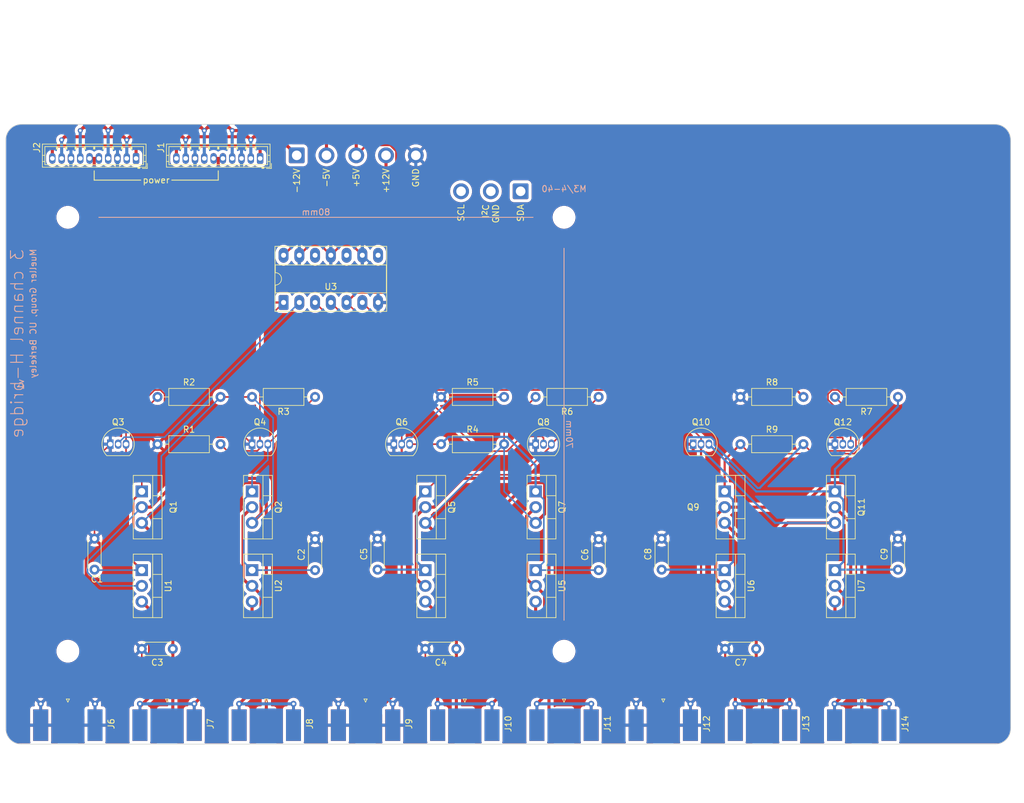
<source format=kicad_pcb>
(kicad_pcb (version 20241229) (generator "pcbnew") (generator_version "9.0")
  (title_block (title "3 channel H-bridge circuit"))
  (layers (0 "F.Cu" signal) (4 "In1.Cu" signal) (6 "In2.Cu" signal) (2 "B.Cu" signal) (13 "F.Paste" user) (15 "B.Paste" user) (5 "F.SilkS" user "F.Silkscreen") (7 "B.SilkS" user "B.Silkscreen") (1 "F.Mask" user) (3 "B.Mask" user) (25 "Edge.Cuts" user))
  (net 0 "")
  (net 1 "GND")
  (net 2 "+5V")
  (net 3 "-5V")
  (net 4 "+12V")
  (net 5 "-12V")
  (net 6 "/I2C_SDA")
  (net 7 "/I2C_SCL")
  (net 8 "GNDS")
  (net 9 "/logic11")
  (net 10 "/logic10")
  (net 11 "VCC1")
  (net 12 "VCC2")
  (net 13 "/logic21")
  (net 14 "/logic20")
  (net 15 "VCC3")
  (net 16 "/logic31")
  (net 17 "/logic30")
  (net 18 "/1A")
  (net 19 "VDD1")
  (net 20 "Net-(J8-Ext)")
  (net 21 "Net-(J8-In)")
  (net 22 "/2A")
  (net 23 "VDD2")
  (net 24 "Net-(J11-Ext)")
  (net 25 "Net-(J11-In)")
  (net 26 "/3A")
  (net 27 "VDD3")
  (net 28 "Net-(J14-Ext)")
  (net 29 "Net-(J14-In)")
  (net 30 "/1Y")
  (net 31 "/2Y")
  (net 32 "/3Y")
  (footprint "Resistor_THT:R_Axial_DIN0207_L6.3mm_D2.5mm_P10.16mm_Horizontal" (layer "F.Cu") (at 149.86 93.98 180)
    (property "Reference" "R3")
    (property "Value" "100k")
  )
  (footprint "Capacitor_THT:C_Disc_D4.3mm_W1.9mm_P5.00mm" (layer "F.Cu") (at 172.64 134.62 180)
    (property "Reference" "C4")
    (property "Value" "1u")
  )
  (footprint "Connector_Wire:SolderWire-0.75sqmm_1x05_P4.8mm_D1.25mm_OD2.3mm" (layer "F.Cu") (at 146.9 55)
    (property "Reference" "J4" (hide yes))
    (property "Value" "Conn_01x05")
  )
  (footprint "Package_TO_SOT_THT:TO-92_Inline" (layer "F.Cu") (at 116.84 101.6)
    (property "Reference" "Q3")
    (property "Value" "2N7000")
  )
  (footprint "Connector_JST:JST_ZH_B10B-ZR_1x10_P1.50mm_Vertical" (layer "F.Cu") (at 141 55.5 180)
    (property "Reference" "J1")
    (property "Value" "Conn_01x10_Pin")
  )
  (footprint "Package_TO_SOT_THT:TO-92_Inline" (layer "F.Cu") (at 139.7 101.6)
    (property "Reference" "Q4")
    (property "Value" "2N7000")
  )
  (footprint "Resistor_THT:R_Axial_DIN0207_L6.3mm_D2.5mm_P10.16mm_Horizontal" (layer "F.Cu") (at 218.44 93.98)
    (property "Reference" "R8")
    (property "Value" "100k")
  )
  (footprint "Connector_Coaxial:SMA_Molex_73251-1153_EdgeMount_Horizontal" (layer "F.Cu") (at 206 145.21 90)
    (property "Reference" "J12")
    (property "Value" "Conn_Coaxial")
  )
  (footprint "Capacitor_THT:C_Disc_D4.3mm_W1.9mm_P5.00mm" (layer "F.Cu") (at 114.3 121.84 90)
    (property "Reference" "C1")
    (property "Value" "1u")
  )
  (footprint "Connector_Coaxial:SMA_Molex_73251-1153_EdgeMount_Horizontal" (layer "F.Cu") (at 238 145.21 90)
    (property "Reference" "J14")
    (property "Value" "Conn_Coaxial")
  )
  (footprint "Package_TO_SOT_THT:TO-220-3_Vertical" (layer "F.Cu") (at 167.64 109.22 -90)
    (property "Reference" "Q5")
    (property "Value" "IRF9610")
  )
  (footprint "Package_TO_SOT_THT:TO-220-3_Vertical" (layer "F.Cu") (at 233.68 121.92 -90)
    (property "Reference" "U7")
    (property "Value" "IRF510")
  )
  (footprint "MountingHole:MountingHole_3.2mm_M3" (layer "F.Cu") (at 190 135)
    (property "Reference" "H4" (hide yes))
    (property "Value" "MountingHole" (hide yes))
  )
  (footprint "Package_TO_SOT_THT:TO-220-3_Vertical" (layer "F.Cu") (at 185.42 109.22 -90)
    (property "Reference" "Q7")
    (property "Value" "IRF9610")
  )
  (footprint "Resistor_THT:R_Axial_DIN0207_L6.3mm_D2.5mm_P10.16mm_Horizontal" (layer "F.Cu") (at 124.46 101.6)
    (property "Reference" "R1")
    (property "Value" "100k")
  )
  (footprint "MountingHole:MountingHole_3.2mm_M3" (layer "F.Cu") (at 110 65)
    (property "Reference" "H5" (hide yes))
    (property "Value" "MountingHole")
  )
  (footprint "Package_TO_SOT_THT:TO-220-3_Vertical" (layer "F.Cu") (at 139.7 121.92 -90)
    (property "Reference" "U2")
    (property "Value" "IRF510")
  )
  (footprint "Package_TO_SOT_THT:TO-92_Inline" (layer "F.Cu") (at 162.56 101.6)
    (property "Reference" "Q6")
    (property "Value" "2N7000")
  )
  (footprint "Capacitor_THT:C_Disc_D4.3mm_W1.9mm_P5.00mm" (layer "F.Cu") (at 220.98 134.62 180)
    (property "Reference" "C7")
    (property "Value" "1u")
  )
  (footprint "Connector_Coaxial:SMA_Molex_73251-1153_EdgeMount_Horizontal" (layer "F.Cu") (at 158 145.21 90)
    (property "Reference" "J9")
    (property "Value" "Conn_Coaxial")
  )
  (footprint "Resistor_THT:R_Axial_DIN0207_L6.3mm_D2.5mm_P10.16mm_Horizontal" (layer "F.Cu") (at 195.58 93.98 180)
    (property "Reference" "R6")
    (property "Value" "100k")
  )
  (footprint "MountingHole:MountingHole_3.2mm_M3" (layer "F.Cu") (at 190 65)
    (property "Reference" "H6" (hide yes))
    (property "Value" "MountingHole")
  )
  (footprint "Package_TO_SOT_THT:TO-220-3_Vertical" (layer "F.Cu") (at 185.42 121.92 -90)
    (property "Reference" "U5")
    (property "Value" "IRF510")
  )
  (footprint "Capacitor_THT:C_Disc_D4.3mm_W1.9mm_P5.00mm" (layer "F.Cu") (at 159.94 121.84 90)
    (property "Reference" "C5")
    (property "Value" "1u")
  )
  (footprint "Package_TO_SOT_THT:TO-220-3_Vertical" (layer "F.Cu") (at 139.7 109.22 -90)
    (property "Reference" "Q2")
    (property "Value" "IRF9610")
  )
  (footprint "Package_DIP:DIP-14_W7.62mm_Socket_LongPads" (layer "F.Cu") (at 144.78 78.74 90)
    (property "Reference" "U3")
    (property "Value" "SN74ACT04N")
  )
  (footprint "MountingHole:MountingHole_3.2mm_M3" (layer "F.Cu") (at 110 135)
    (property "Reference" "H3" (hide yes))
    (property "Value" "MountingHole")
  )
  (footprint "Resistor_THT:R_Axial_DIN0207_L6.3mm_D2.5mm_P10.16mm_Horizontal" (layer "F.Cu") (at 124.46 93.98)
    (property "Reference" "R2")
    (property "Value" "100k")
  )
  (footprint "Resistor_THT:R_Axial_DIN0207_L6.3mm_D2.5mm_P10.16mm_Horizontal" (layer "F.Cu") (at 243.84 93.98 180)
    (property "Reference" "R7")
    (property "Value" "100k")
  )
  (footprint "Package_TO_SOT_THT:TO-220-3_Vertical" (layer "F.Cu") (at 167.64 121.92 -90)
    (property "Reference" "U4" (hide yes))
    (property "Value" "IRF510")
  )
  (footprint "Connector_Coaxial:SMA_Molex_73251-1153_EdgeMount_Horizontal" (layer "F.Cu") (at 222 145.21 90)
    (property "Reference" "J13")
    (property "Value" "Conn_Coaxial")
  )
  (footprint "Package_TO_SOT_THT:TO-220-3_Vertical" (layer "F.Cu") (at 215.9 121.92 -90)
    (property "Reference" "U6")
    (property "Value" "IRF510")
  )
  (footprint "Connector_Coaxial:SMA_Molex_73251-1153_EdgeMount_Horizontal" (layer "F.Cu") (at 110 145.21 90)
    (property "Reference" "J6")
    (property "Value" "Conn_Coaxial")
  )
  (footprint "Resistor_THT:R_Axial_DIN0207_L6.3mm_D2.5mm_P10.16mm_Horizontal" (layer "F.Cu") (at 218.44 101.6)
    (property "Reference" "R9")
    (property "Value" "100k")
  )
  (footprint "Capacitor_THT:C_Disc_D4.3mm_W1.9mm_P5.00mm" (layer "F.Cu") (at 195.58 121.92 90)
    (property "Reference" "C6")
    (property "Value" "1u")
  )
  (footprint "Connector_Coaxial:SMA_Molex_73251-1153_EdgeMount_Horizontal" (layer "F.Cu") (at 190 145.21 90)
    (property "Reference" "J11")
    (property "Value" "Conn_Coaxial")
  )
  (footprint "Resistor_THT:R_Axial_DIN0207_L6.3mm_D2.5mm_P10.16mm_Horizontal" (layer "F.Cu") (at 170.18 101.6)
    (property "Reference" "R4")
    (property "Value" "100k")
  )
  (footprint "Capacitor_THT:C_Disc_D4.3mm_W1.9mm_P5.00mm" (layer "F.Cu") (at 149.86 121.92 90)
    (property "Reference" "C2")
    (property "Value" "1u")
  )
  (footprint "Capacitor_THT:C_Disc_D4.3mm_W1.9mm_P5.00mm" (layer "F.Cu") (at 126.92 134.62 180)
    (property "Reference" "C3")
    (property "Value" "1u")
  )
  (footprint "Connector_Coaxial:SMA_Molex_73251-1153_EdgeMount_Horizontal" (layer "F.Cu") (at 174 145.21 90)
    (property "Reference" "J10")
    (property "Value" "Conn_Coaxial")
  )
  (footprint "Connector_Coaxial:SMA_Molex_73251-1153_EdgeMount_Horizontal" (layer "F.Cu") (at 142 145.21 90)
    (property "Reference" "J8")
    (property "Value" "Conn_Coaxial")
  )
  (footprint "Connector_JST:JST_ZH_B10B-ZR_1x10_P1.50mm_Vertical" (layer "F.Cu") (at 121 55.5 180)
    (property "Reference" "J2")
    (property "Value" "Conn_01x10_Pin")
  )
  (footprint "Connector_Wire:SolderWire-0.75sqmm_1x03_P4.8mm_D1.25mm_OD2.3mm" (layer "F.Cu") (at 183 60.8 180)
    (property "Reference" "J5" (hide yes))
    (property "Value" "Conn_01x03")
  )
  (footprint "Package_TO_SOT_THT:TO-220-3_Vertical" (layer "F.Cu") (at 215.9 109.22 -90)
    (property "Reference" "Q9")
    (property "Value" "IRF9610")
  )
  (footprint "Connector_Coaxial:SMA_Molex_73251-1153_EdgeMount_Horizontal" (layer "F.Cu") (at 126 145.21 90)
    (property "Reference" "J7")
    (property "Value" "Conn_Coaxial")
  )
  (footprint "Package_TO_SOT_THT:TO-220-3_Vertical" (layer "F.Cu") (at 121.92 109.22 -90)
    (property "Reference" "Q1")
    (property "Value" "IRF9610")
  )
  (footprint "Capacitor_THT:C_Disc_D4.3mm_W1.9mm_P5.00mm" (layer "F.Cu") (at 205.74 121.84 90)
    (property "Reference" "C8")
    (property "Value" "1u")
  )
  (footprint "Package_TO_SOT_THT:TO-220-3_Vertical" (layer "F.Cu") (at 233.68 109.22 -90)
    (property "Reference" "Q11")
    (property "Value" "IRF9610")
  )
  (footprint "Package_TO_SOT_THT:TO-92_Inline" (layer "F.Cu") (at 210.82 101.6)
    (property "Reference" "Q10")
    (property "Value" "2N7000")
  )
  (footprint "Package_TO_SOT_THT:TO-92_Inline" (layer "F.Cu") (at 185.42 101.6)
    (property "Reference" "Q8")
    (property "Value" "2N7000")
  )
  (footprint "Package_TO_SOT_THT:TO-220-3_Vertical" (layer "F.Cu") (at 121.92 121.92 -90)
    (property "Reference" "U1")
    (property "Value" "IRF510")
  )
  (footprint "Resistor_THT:R_Axial_DIN0207_L6.3mm_D2.5mm_P10.16mm_Horizontal" (layer "F.Cu") (at 170.18 93.98)
    (property "Reference" "R5")
    (property "Value" "100k")
  )
  (footprint "Capacitor_THT:C_Disc_D4.3mm_W1.9mm_P5.00mm" (layer "F.Cu") (at 243.84 121.84 90)
    (property "Reference" "C9")
    (property "Value" "1u")
  )
  (footprint "Package_TO_SOT_THT:TO-92_Inline" (layer "F.Cu") (at 233.68 101.6)
    (property "Reference" "Q12")
    (property "Value" "2N7000")
  )
  (gr_line (start 134.25 59) (end 134.25 57.5) (stroke (width 0.15)) (layer "F.SilkS"))
  (gr_line (start 126.75 59) (end 134.25 59) (stroke (width 0.15)) (layer "F.SilkS"))
  (gr_line (start 114.25 59) (end 114.25 57.5) (stroke (width 0.15)) (layer "F.SilkS"))
  (gr_line (start 121.75 59) (end 114.25 59) (stroke (width 0.15)) (layer "F.SilkS"))
  (gr_line (start 190 70) (end 190 130) (stroke (width 0.15)) (layer "B.SilkS"))
  (gr_line (start 115 65) (end 185 65) (stroke (width 0.15)) (layer "B.SilkS"))
  (gr_line (start 102.5 150) (end 259.5 150) (stroke (width 0.1)) (layer "Edge.Cuts"))
  (gr_arc (start 100 52.5) (mid 100.732233 50.732233) (end 102.5 50) (stroke (width 0.1)) (layer "Edge.Cuts"))
  (gr_arc (start 259.5 50) (mid 261.267767 50.732233) (end 262 52.5) (stroke (width 0.1)) (layer "Edge.Cuts"))
  (gr_arc (start 102.5 150) (mid 100.732233 149.267767) (end 100 147.5) (stroke (width 0.1)) (layer "Edge.Cuts"))
  (gr_line (start 259.5 50) (end 102.5 50) (stroke (width 0.1)) (layer "Edge.Cuts"))
  (gr_line (start 262 52.5) (end 262 147.5) (stroke (width 0.1)) (layer "Edge.Cuts"))
  (gr_line (start 100 52.5) (end 100 147.5) (stroke (width 0.1)) (layer "Edge.Cuts"))
  (gr_arc (start 262 147.5) (mid 261.267767 149.267767) (end 259.5 150) (stroke (width 0.1)) (layer "Edge.Cuts"))
  (gr_text "power" (at 124.25 59 0) (layer "F.SilkS") (effects (font (size 1 1))))
  (gr_text "-5V" (at 151.7 57 90) (layer "F.SilkS") (effects (font (size 1 1)) (justify right)))
  (gr_text "-12V" (at 146.9 57 90) (layer "F.SilkS") (effects (font (size 1 1)) (justify right)))
  (gr_text "+5V" (at 156.5 57 90) (layer "F.SilkS") (effects (font (size 1 1)) (justify right)))
  (gr_text "+12V" (at 161.3 57 90) (layer "F.SilkS") (effects (font (size 1 1)) (justify right)))
  (gr_text "GND" (at 166.1 57 90) (layer "F.SilkS") (effects (font (size 1 1)) (justify right)))
  (gr_text "SCL" (at 173.4 62.8 90) (layer "F.SilkS") (effects (font (size 1 1)) (justify right)))
  (gr_text "I^{2}C\nGND" (at 178.2 62.8 90) (layer "F.SilkS") (effects (font (size 1 1)) (justify right)))
  (gr_text "SDA" (at 183 62.8 90) (layer "F.SilkS") (effects (font (size 1 1)) (justify right)))
  (gr_text "v1" (at 103 91 90) (layer "B.SilkS") (effects (font (size 1 1)) (justify left bottom mirror)))
  (gr_text "3 channel H-bridge" (at 103 70 90) (layer "B.SilkS") (effects (font (size 2 2)) (justify left bottom mirror)))
  (gr_text "Mueller Group, UC Berkeley" (at 105 70 90) (layer "B.SilkS") (effects (font (size 1 1)) (justify left bottom mirror)))
  (gr_text "M3/4-40" (at 190 61 0) (layer "B.SilkS") (effects (font (size 1 1)) (justify bottom mirror)))
  (gr_text "70mm" (at 190.25 100 270) (layer "B.SilkS") (effects (font (size 1 1)) (justify bottom mirror)))
  (gr_text "80mm" (at 150 64.75 0) (layer "B.SilkS") (effects (font (size 1 1)) (justify bottom mirror)))
  (segment (start 116.84 100.007595) (end 116.84 101.6) (width 0.25) (layer "F.Cu") (net 1))
  (segment (start 147.32 71.12) (end 148.896 69.544) (width 0.35) (layer "F.Cu") (net 1))
  (segment (start 218.44 93.98) (end 218.281504 93.98) (width 0.25) (layer "F.Cu") (net 1))
  (segment (start 185.42 101.825) (end 185.42 101.6) (width 0.25) (layer "F.Cu") (net 1))
  (segment (start 114.3 116.84) (end 114.3 104.14) (width 0.25) (layer "F.Cu") (net 1))
  (segment (start 148.896 69.544) (end 150.824 69.544) (width 0.35) (layer "F.Cu") (net 1))
  (segment (start 119.893 132.593) (end 121.92 134.62) (width 0.25) (layer "F.Cu") (net 1))
  (segment (start 150.824 69.544) (end 152.4 71.12) (width 0.35) (layer "F.Cu") (net 1))
  (segment (start 121.92 135.95) (end 114.38 143.49) (width 0.25) (layer "F.Cu") (net 1))
  (segment (start 114.3 116.84) (end 119.893 122.433) (width 0.25) (layer "F.Cu") (net 1))
  (segment (start 124.46 101.6) (end 125.586 100.474) (width 0.25) (layer "F.Cu") (net 1))
  (segment (start 121.92 134.62) (end 121.92 135.95) (width 0.25) (layer "F.Cu") (net 1))
  (segment (start 125.586 93.513595) (end 124.926405 92.854) (width 0.25) (layer "F.Cu") (net 1))
  (segment (start 125.586 100.474) (end 125.586 93.513595) (width 0.25) (layer "F.Cu") (net 1))
  (segment (start 155.904 69.544) (end 157.48 71.12) (width 0.35) (layer "F.Cu") (net 1))
  (segment (start 123.993595 92.854) (end 116.84 100.007595) (width 0.25) (layer "F.Cu") (net 1))
  (segment (start 167.64 138.23) (end 162.38 143.49) (width 0.25) (layer "F.Cu") (net 1))
  (segment (start 215.98 137.89) (end 210.38 143.49) (width 0.35) (layer "F.Cu") (net 1))
  (segment (start 119.893 122.433) (end 119.893 132.593) (width 0.25) (layer "F.Cu") (net 1))
  (segment (start 124.926405 92.854) (end 123.993595 92.854) (width 0.25) (layer "F.Cu") (net 1))
  (segment (start 138.574 100.474) (end 125.586 100.474) (width 0.25) (layer "F.Cu") (net 1))
  (segment (start 139.7 101.6) (end 138.574 100.474) (width 0.25) (layer "F.Cu") (net 1))
  (segment (start 152.4 71.12) (end 153.976 69.544) (width 0.35) (layer "F.Cu") (net 1))
  (segment (start 114.3 104.14) (end 116.84 101.6) (width 0.25) (layer "F.Cu") (net 1))
  (segment (start 153.976 69.544) (end 155.904 69.544) (width 0.35) (layer "F.Cu") (net 1))
  (segment (start 215.98 134.62) (end 215.98 137.89) (width 0.35) (layer "F.Cu") (net 1))
  (segment (start 167.64 134.62) (end 167.64 138.23) (width 0.25) (layer "F.Cu") (net 1))
  (segment (start 157.48 71.12) (end 157.48 66.02) (width 0.35) (layer "B.Cu") (net 1))
  (segment (start 157.48 66.02) (end 165.5 58) (width 0.35) (layer "B.Cu") (net 1))
  (segment (start 165.5 58) (end 166.1 57.4) (width 0.5) (layer "B.Cu") (net 1))
  (segment (start 160.02 73.66) (end 157.48 71.12) (width 0.35) (layer "B.Cu") (net 1))
  (segment (start 118 57.5) (end 118.5 58) (width 0.5) (layer "B.Cu") (net 1))
  (segment (start 110.5 57.5) (end 111 58) (width 0.5) (layer "B.Cu") (net 1))
  (segment (start 130.5 57.5) (end 131 58) (width 0.5) (layer "B.Cu") (net 1))
  (segment (start 117.5 58) (end 118 57.5) (width 0.5) (layer "B.Cu") (net 1))
  (segment (start 118.5 58) (end 130 58) (width 0.5) (layer "B.Cu") (net 1))
  (segment (start 110.5 55.5) (end 110.5 57.5) (width 0.5) (layer "B.Cu") (net 1))
  (segment (start 138 57.5) (end 138.5 58) (width 0.5) (layer "B.Cu") (net 1))
  (segment (start 160.02 78.74) (end 160.02 73.66) (width 0.35) (layer "B.Cu") (net 1))
  (segment (start 137.5 58) (end 138 57.5) (width 0.5) (layer "B.Cu") (net 1))
  (segment (start 130.5 55.5) (end 130.5 57.5) (width 0.5) (layer "B.Cu") (net 1))
  (segment (start 130 58) (end 130.5 57.5) (width 0.5) (layer "B.Cu") (net 1))
  (segment (start 138 55.5) (end 138 57.5) (width 0.5) (layer "B.Cu") (net 1))
  (segment (start 138.5 58) (end 165.5 58) (width 0.5) (layer "B.Cu") (net 1))
  (segment (start 131 58) (end 137.5 58) (width 0.5) (layer "B.Cu") (net 1))
  (segment (start 166.1 57.4) (end 166.1 55) (width 0.5) (layer "B.Cu") (net 1))
  (segment (start 111 58) (end 117.5 58) (width 0.5) (layer "B.Cu") (net 1))
  (segment (start 118 55.5) (end 118 57.5) (width 0.5) (layer "B.Cu") (net 1))
  (segment (start 156.5 55) (end 156.5 52) (width 0.5) (layer "F.Cu") (net 2))
  (segment (start 131.5 50.5) (end 131 50.5) (width 0.5) (layer "F.Cu") (net 2))
  (segment (start 117 50.5) (end 116.5 51) (width 0.5) (layer "F.Cu") (net 2))
  (segment (start 132.5 50.5) (end 132 51) (width 0.5) (layer "F.Cu") (net 2))
  (segment (start 156.5 52) (end 155.5 51) (width 0.5) (layer "F.Cu") (net 2))
  (segment (start 155.5 51) (end 136.5 51) (width 0.5) (layer "F.Cu") (net 2))
  (segment (start 136.5 51) (end 136 50.5) (width 0.5) (layer "F.Cu") (net 2))
  (segment (start 161.983867 53.349) (end 158.151 53.349) (width 0.35) (layer "F.Cu") (net 2))
  (segment (start 158.151 53.349) (end 156.5 55) (width 0.35) (layer "F.Cu") (net 2))
  (segment (start 162.951 57.934298) (end 162.951 54.316133) (width 0.35) (layer "F.Cu") (net 2))
  (segment (start 155.774 60.126) (end 160.759298 60.126) (width 0.35) (layer "F.Cu") (net 2))
  (segment (start 144.78 71.12) (end 155.774 60.126) (width 0.35) (layer "F.Cu") (net 2))
  (segment (start 131 50.5) (end 117 50.5) (width 0.5) (layer "F.Cu") (net 2))
  (segment (start 162.951 54.316133) (end 161.983867 53.349) (width 0.35) (layer "F.Cu") (net 2))
  (segment (start 160.759298 60.126) (end 162.951 57.934298) (width 0.35) (layer "F.Cu") (net 2))
  (segment (start 112.5 50.5) (end 112 51) (width 0.5) (layer "F.Cu") (net 2))
  (segment (start 116 50.5) (end 112.5 50.5) (width 0.5) (layer "F.Cu") (net 2))
  (segment (start 116.5 51) (end 116 50.5) (width 0.5) (layer "F.Cu") (net 2))
  (segment (start 132 51) (end 131.5 50.5) (width 0.5) (layer "F.Cu") (net 2))
  (segment (start 136 50.5) (end 132.5 50.5) (width 0.5) (layer "F.Cu") (net 2))
  (via (at 136.5 51) (size 0.8) (drill 0.4) (layers "F.Cu" "B.Cu") (net 2))
  (via (at 112 51) (size 0.8) (drill 0.4) (layers "F.Cu" "B.Cu") (net 2))
  (via (at 116.5 51) (size 0.8) (drill 0.4) (layers "F.Cu" "B.Cu") (net 2))
  (via (at 132 51) (size 0.8) (drill 0.4) (layers "F.Cu" "B.Cu") (net 2))
  (segment (start 116.5 51) (end 116.5 55.5) (width 0.5) (layer "B.Cu") (net 2))
  (segment (start 136.5 51) (end 136.5 55.5) (width 0.5) (layer "B.Cu") (net 2))
  (segment (start 112 51) (end 112 55.5) (width 0.5) (layer "B.Cu") (net 2))
  (segment (start 132 51) (end 132 55.5) (width 0.5) (layer "B.Cu") (net 2))
  (segment (start 151 52) (end 140 52) (width 0.5) (layer "F.Cu") (net 3))
  (segment (start 120 52) (end 119.5 52.5) (width 0.5) (layer "F.Cu") (net 3))
  (segment (start 151.7 52.7) (end 151.7 55) (width 0.5) (layer "F.Cu") (net 3))
  (segment (start 128.5 52) (end 120 52) (width 0.5) (layer "F.Cu") (net 3))
  (segment (start 140 52) (end 139.5 52.5) (width 0.5) (layer "F.Cu") (net 3))
  (segment (start 119.5 52.5) (end 119 52) (width 0.5) (layer "F.Cu") (net 3))
  (segment (start 129 52.5) (end 128.5 52) (width 0.5) (layer "F.Cu") (net 3))
  (segment (start 109.5 52) (end 109 52.5) (width 0.5) (layer "F.Cu") (net 3))
  (segment (start 151.7 52.7) (end 151 52) (width 0.5) (layer "F.Cu") (net 3))
  (segment (start 119 52) (end 109.5 52) (width 0.5) (layer "F.Cu") (net 3))
  (segment (start 129.5 52) (end 129 52.5) (width 0.5) (layer "F.Cu") (net 3))
  (segment (start 139.5 52.5) (end 139 52) (width 0.5) (layer "F.Cu") (net 3))
  (segment (start 139 52) (end 129.5 52) (width 0.5) (layer "F.Cu") (net 3))
  (via (at 129 52.5) (size 0.8) (drill 0.4) (layers "F.Cu" "B.Cu") (net 3))
  (via (at 109 52.5) (size 0.8) (drill 0.4) (layers "F.Cu" "B.Cu") (net 3))
  (via (at 119.5 52.5) (size 0.8) (drill 0.4) (layers "F.Cu" "B.Cu") (net 3))
  (via (at 139.5 52.5) (size 0.8) (drill 0.4) (layers "F.Cu" "B.Cu") (net 3))
  (segment (start 129 52.5) (end 129 55.5) (width 0.5) (layer "B.Cu") (net 3))
  (segment (start 139.5 52.5) (end 139.5 55.5) (width 0.5) (layer "B.Cu") (net 3))
  (segment (start 119.5 52.5) (end 119.5 55.5) (width 0.5) (layer "B.Cu") (net 3))
  (segment (start 109 52.5) (end 109 55.5) (width 0.5) (layer "B.Cu") (net 3))
  (segment (start 114.25 55.5) (end 115 55.5) (width 0.5) (layer "F.Cu") (net 4))
  (segment (start 114.25 55.5) (end 114.25 59) (width 0.5) (layer "F.Cu") (net 4))
  (segment (start 114.75 59.5) (end 133.75 59.5) (width 0.5) (layer "F.Cu") (net 4))
  (segment (start 133.75 59.5) (end 134.25 59) (width 0.5) (layer "F.Cu") (net 4))
  (segment (start 113.5 55.5) (end 114.25 55.5) (width 0.5) (layer "F.Cu") (net 4))
  (segment (start 161.3 58.7) (end 161.3 55) (width 0.5) (layer "F.Cu") (net 4))
  (segment (start 134.25 55.5) (end 134.25 59) (width 0.5) (layer "F.Cu") (net 4))
  (segment (start 160.5 59.5) (end 161.3 58.7) (width 0.5) (layer "F.Cu") (net 4))
  (segment (start 134.75 59.5) (end 160.5 59.5) (width 0.5) (layer "F.Cu") (net 4))
  (segment (start 114.25 59) (end 114.75 59.5) (width 0.5) (layer "F.Cu") (net 4))
  (segment (start 134.25 59) (end 134.75 59.5) (width 0.5) (layer "F.Cu") (net 4))
  (segment (start 133.5 55.5) (end 134.25 55.5) (width 0.5) (layer "F.Cu") (net 4))
  (segment (start 134.25 55.5) (end 135 55.5) (width 0.5) (layer "F.Cu") (net 4))
  (segment (start 127.5 54) (end 127.5 55.5) (width 0.5) (layer "F.Cu") (net 5))
  (segment (start 140.5 53.5) (end 141 54) (width 0.5) (layer "F.Cu") (net 5))
  (segment (start 141 54) (end 141 55.5) (width 0.5) (layer "F.Cu") (net 5))
  (segment (start 121 54) (end 121 55.5) (width 0.5) (layer "F.Cu") (net 5))
  (segment (start 107.5 54) (end 107.5 55.5) (width 0.5) (layer "F.Cu") (net 5))
  (segment (start 127 53.5) (end 127.5 54) (width 0.5) (layer "F.Cu") (net 5))
  (segment (start 120.5 53.5) (end 121 54) (width 0.5) (layer "F.Cu") (net 5))
  (segment (start 108 53.5) (end 120.5 53.5) (width 0.5) (layer "F.Cu") (net 5))
  (segment (start 128 53.5) (end 140.5 53.5) (width 0.5) (layer "F.Cu") (net 5))
  (segment (start 121.5 53.5) (end 127 53.5) (width 0.5) (layer "F.Cu") (net 5))
  (segment (start 121 54) (end 121.5 53.5) (width 0.5) (layer "F.Cu") (net 5))
  (segment (start 141 54) (end 141.5 53.5) (width 0.5) (layer "F.Cu") (net 5))
  (segment (start 107.5 54) (end 108 53.5) (width 0.5) (layer "F.Cu") (net 5))
  (segment (start 145.4 53.5) (end 146.9 55) (width 0.5) (layer "F.Cu") (net 5))
  (segment (start 141.5 53.5) (end 145.4 53.5) (width 0.5) (layer "F.Cu") (net 5))
  (segment (start 127.5 54) (end 128 53.5) (width 0.5) (layer "F.Cu") (net 5))
  (segment (start 119.38 99.06) (end 124.46 93.98) (width 0.25) (layer "F.Cu") (net 9))
  (segment (start 121.92 109.22) (end 120.544 110.596) (width 0.35) (layer "F.Cu") (net 9))
  (segment (start 120.544 120.544) (end 121.92 121.92) (width 0.35) (layer "F.Cu") (net 9))
  (segment (start 121.92 106.68) (end 119.38 104.14) (width 0.25) (layer "F.Cu") (net 9))
  (segment (start 119.38 101.6) (end 119.38 99.06) (width 0.25) (layer "F.Cu") (net 9))
  (segment (start 120.544 110.596) (end 120.544 120.544) (width 0.35) (layer "F.Cu") (net 9))
  (segment (start 121.92 109.22) (end 121.92 106.68) (width 0.25) (layer "F.Cu") (net 9))
  (segment (start 119.38 104.14) (end 119.38 101.6) (width 0.25) (layer "F.Cu") (net 9))
  (segment (start 121.92 121.92) (end 114.38 121.92) (width 0.25) (layer "B.Cu") (net 9))
  (segment (start 114.38 121.92) (end 114.3 121.84) (width 0.25) (layer "B.Cu") (net 9))
  (segment (start 149.86 93.98) (end 142.24 101.6) (width 0.25) (layer "F.Cu") (net 10))
  (segment (start 139.7 106.68) (end 139.7 109.22) (width 0.25) (layer "B.Cu") (net 10))
  (segment (start 142.24 104.14) (end 139.7 106.68) (width 0.25) (layer "B.Cu") (net 10))
  (segment (start 149.86 121.92) (end 139.7 121.92) (width 0.25) (layer "B.Cu") (net 10))
  (segment (start 142.24 101.6) (end 142.24 104.14) (width 0.25) (layer "B.Cu") (net 10))
  (segment (start 138.374 110.546) (end 138.374 120.594) (width 0.25) (layer "B.Cu") (net 10))
  (segment (start 139.7 109.22) (end 138.374 110.546) (width 0.25) (layer "B.Cu") (net 10))
  (segment (start 138.374 120.594) (end 139.7 121.92) (width 0.25) (layer "B.Cu") (net 10))
  (segment (start 126.92 146.01) (end 126 146.93) (width 0.5) (layer "F.Cu") (net 11))
  (segment (start 126.92 119.3) (end 121.92 114.3) (width 0.5) (layer "F.Cu") (net 11))
  (segment (start 126.92 134.62) (end 126.92 146.01) (width 0.5) (layer "F.Cu") (net 11))
  (segment (start 139.7 93.98) (end 134.62 93.98) (width 0.25) (layer "F.Cu") (net 11))
  (segment (start 138.4835 107.8165) (end 126.92 119.38) (width 0.5) (layer "F.Cu") (net 11))
  (segment (start 126.92 119.38) (end 126.92 119.3) (width 0.5) (layer "F.Cu") (net 11))
  (segment (start 126.92 134.62) (end 126.92 119.38) (width 0.5) (layer "F.Cu") (net 11))
  (segment (start 139.7 114.3) (end 141.151 112.849) (width 0.5) (layer "F.Cu") (net 11))
  (segment (start 141.151 107.8165) (end 138.4835 107.8165) (width 0.5) (layer "F.Cu") (net 11))
  (segment (start 141.151 112.849) (end 141.151 107.8165) (width 0.5) (layer "F.Cu") (net 11))
  (segment (start 125.073 111.147) (end 125.073 103.527) (width 0.25) (layer "B.Cu") (net 11))
  (segment (start 139.7 93.98) (end 143.091 97.371) (width 0.25) (layer "B.Cu") (net 11))
  (segment (start 121.92 114.3) (end 125.073 111.147) (width 0.25) (layer "B.Cu") (net 11))
  (segment (start 125.073 103.527) (end 134.62 93.98) (width 0.25) (layer "B.Cu") (net 11))
  (segment (start 143.091 97.371) (end 143.091 110.909) (width 0.25) (layer "B.Cu") (net 11))
  (segment (start 143.091 110.909) (end 139.7 114.3) (width 0.25) (layer "B.Cu") (net 11))
  (segment (start 186.871 107.8165) (end 184.1235 107.8165) (width 0.5) (layer "F.Cu") (net 12))
  (segment (start 185.42 114.3) (end 186.871 112.849) (width 0.5) (layer "F.Cu") (net 12))
  (segment (start 184.1235 107.8165) (end 172.64 119.3) (width 0.5) (layer "F.Cu") (net 12))
  (segment (start 180.34 99.06) (end 185.42 93.98) (width 0.25) (layer "F.Cu") (net 12))
  (segment (start 172.64 134.62) (end 172.64 119.3) (width 0.5) (layer "F.Cu") (net 12))
  (segment (start 180.34 101.6) (end 180.34 99.06) (width 0.25) (layer "F.Cu") (net 12))
  (segment (start 172.64 134.62) (end 172.64 145.57) (width 0.5) (layer "F.Cu") (net 12))
  (segment (start 172.64 145.57) (end 174 146.93) (width 0.5) (layer "F.Cu") (net 12))
  (segment (start 172.64 119.3) (end 167.64 114.3) (width 0.5) (layer "F.Cu") (net 12))
  (segment (start 186.871 112.849) (end 186.871 107.8165) (width 0.5) (layer "F.Cu") (net 12))
  (segment (start 180.34 101.6) (end 180.34 109.22) (width 0.25) (layer "B.Cu") (net 12))
  (segment (start 180.34 109.22) (end 185.42 114.3) (width 0.25) (layer "B.Cu") (net 12))
  (segment (start 167.64 114.3) (end 180.34 101.6) (width 0.25) (layer "B.Cu") (net 12))
  (segment (start 187.96 101.825) (end 183.2455 106.5395) (width 0.25) (layer "F.Cu") (net 13))
  (segment (start 170.3205 106.5395) (end 167.64 109.22) (width 0.25) (layer "F.Cu") (net 13))
  (segment (start 187.96 101.6) (end 187.96 101.825) (width 0.25) (layer "F.Cu") (net 13))
  (segment (start 183.2455 106.5395) (end 170.3205 106.5395) (width 0.25) (layer "F.Cu") (net 13))
  (segment (start 195.58 93.98) (end 187.96 101.6) (width 0.25) (layer "F.Cu") (net 13))
  (segment (start 166.264 110.596) (end 167.64 109.22) (width 0.35) (layer "B.Cu") (net 13))
  (segment (start 166.264 120.544) (end 166.264 110.596) (width 0.35) (layer "B.Cu") (net 13))
  (segment (start 167.64 121.92) (end 166.264 120.544) (width 0.35) (layer "B.Cu") (net 13))
  (segment (start 159.94 121.84) (end 167.56 121.84) (width 0.35) (layer "B.Cu") (net 13))
  (segment (start 167.56 121.84) (end 167.64 121.92) (width 0.35) (layer "B.Cu") (net 13))
  (segment (start 165.1 101.6) (end 170.18 101.6) (width 0.25) (layer "F.Cu") (net 14))
  (segment (start 180.827116 100.424) (end 171.356 100.424) (width 0.35) (layer "B.Cu") (net 14))
  (segment (start 186.746 120.594) (end 186.746 110.546) (width 0.25) (layer "B.Cu") (net 14))
  (segment (start 185.42 121.92) (end 186.746 120.594) (width 0.25) (layer "B.Cu") (net 14))
  (segment (start 185.42 109.22) (end 185.42 105.016884) (width 0.35) (layer "B.Cu") (net 14))
  (segment (start 186.746 110.546) (end 185.42 109.22) (width 0.25) (layer "B.Cu") (net 14))
  (segment (start 171.356 100.424) (end 170.18 101.6) (width 0.35) (layer "B.Cu") (net 14))
  (segment (start 185.42 105.016884) (end 180.827116 100.424) (width 0.35) (layer "B.Cu") (net 14))
  (segment (start 185.42 121.92) (end 195.58 121.92) (width 0.25) (layer "B.Cu") (net 14))
  (segment (start 229.676 102.676) (end 228.6 101.6) (width 0.25) (layer "F.Cu") (net 15))
  (segment (start 237.071 97.371) (end 237.071 102.177496) (width 0.25) (layer "F.Cu") (net 15))
  (segment (start 236.572496 102.676) (end 229.676 102.676) (width 0.25) (layer "F.Cu") (net 15))
  (segment (start 226.06 114.3) (end 220.98 119.38) (width 0.5) (layer "F.Cu") (net 15))
  (segment (start 233.68 93.98) (end 237.071 97.371) (width 0.25) (layer "F.Cu") (net 15))
  (segment (start 220.98 134.62) (end 220.98 137.16) (width 0.5) (layer "F.Cu") (net 15))
  (segment (start 220.98 137.16) (end 222 138.18) (width 0.5) (layer "F.Cu") (net 15))
  (segment (start 233.68 114.3) (end 226.06 114.3) (width 0.5) (layer "F.Cu") (net 15))
  (segment (start 222 138.18) (end 222 146.93) (width 0.5) (layer "F.Cu") (net 15))
  (segment (start 237.071 102.177496) (end 236.572496 102.676) (width 0.25) (layer "F.Cu") (net 15))
  (segment (start 215.9 114.3) (end 220.98 119.38) (width 0.5) (layer "F.Cu") (net 15))
  (segment (start 220.98 119.38) (end 220.98 134.62) (width 0.5) (layer "F.Cu") (net 15))
  (segment (start 214.261 101.721768) (end 221.208232 108.669) (width 0.35) (layer "B.Cu") (net 15))
  (segment (start 221.531 108.669) (end 228.6 101.6) (width 0.35) (layer "B.Cu") (net 15))
  (segment (start 221.208232 108.669) (end 221.531 108.669) (width 0.35) (layer "B.Cu") (net 15))
  (segment (start 214.261 101.001794) (end 214.261 101.721768) (width 0.35) (layer "B.Cu") (net 15))
  (segment (start 213.733206 100.474) (end 214.261 101.001794) (width 0.35) (layer "B.Cu") (net 15))
  (segment (start 209.919 100.474) (end 213.733206 100.474) (width 0.35) (layer "B.Cu") (net 15))
  (segment (start 224.037206 114.3) (end 212.463206 102.726) (width 0.35) (layer "B.Cu") (net 15))
  (segment (start 233.68 114.3) (end 224.037206 114.3) (width 0.35) (layer "B.Cu") (net 15))
  (segment (start 212.463206 102.726) (end 209.919 102.726) (width 0.35) (layer "B.Cu") (net 15))
  (segment (start 209.919 102.726) (end 209.919 100.474) (width 0.35) (layer "B.Cu") (net 15))
  (segment (start 232.554 93.513595) (end 233.213595 92.854) (width 0.25) (layer "F.Cu") (net 16))
  (segment (start 234.146405 92.854) (end 237.522 96.229595) (width 0.25) (layer "F.Cu") (net 16))
  (segment (start 233.213595 92.854) (end 234.146405 92.854) (width 0.25) (layer "F.Cu") (net 16))
  (segment (start 237.522 96.229595) (end 237.522 102.364306) (width 0.25) (layer "F.Cu") (net 16))
  (segment (start 236.22 98.112405) (end 232.554 94.446405) (width 0.25) (layer "F.Cu") (net 16))
  (segment (start 236.22 101.6) (end 236.22 98.112405) (width 0.25) (layer "F.Cu") (net 16))
  (segment (start 237.522 102.364306) (end 236.759306 103.127) (width 0.25) (layer "F.Cu") (net 16))
  (segment (start 232.554 94.446405) (end 232.554 93.513595) (width 0.25) (layer "F.Cu") (net 16))
  (segment (start 215.9 104.14) (end 218.44 101.6) (width 0.35) (layer "F.Cu") (net 16))
  (segment (start 236.759306 103.127) (end 219.967 103.127) (width 0.25) (layer "F.Cu") (net 16))
  (segment (start 219.967 103.127) (end 218.44 101.6) (width 0.25) (layer "F.Cu") (net 16))
  (segment (start 215.9 109.22) (end 215.9 104.14) (width 0.35) (layer "F.Cu") (net 16))
  (segment (start 217.276 110.596) (end 215.9 109.22) (width 0.35) (layer "B.Cu") (net 16))
  (segment (start 217.276 120.544) (end 217.276 110.596) (width 0.35) (layer "B.Cu") (net 16))
  (segment (start 215.82 109.3) (end 215.9 109.22) (width 0.25) (layer "B.Cu") (net 16))
  (segment (start 205.74 121.84) (end 215.82 121.84) (width 0.35) (layer "B.Cu") (net 16))
  (segment (start 215.9 121.92) (end 217.276 120.544) (width 0.35) (layer "B.Cu") (net 16))
  (segment (start 215.82 121.84) (end 215.9 121.92) (width 0.35) (layer "B.Cu") (net 16))
  (segment (start 233.68 109.22) (end 220.98 109.22) (width 0.35) (layer "B.Cu") (net 17))
  (segment (start 235.056 120.544) (end 235.056 110.596) (width 0.35) (layer "B.Cu") (net 17))
  (segment (start 220.98 109.22) (end 213.36 101.6) (width 0.35) (layer "B.Cu") (net 17))
  (segment (start 243.84 95.479206) (end 233.68 105.639206) (width 0.35) (layer "B.Cu") (net 17))
  (segment (start 233.76 121.84) (end 233.68 121.92) (width 0.35) (layer "B.Cu") (net 17))
  (segment (start 233.68 121.92) (end 235.056 120.544) (width 0.35) (layer "B.Cu") (net 17))
  (segment (start 243.84 93.98) (end 243.84 95.479206) (width 0.35) (layer "B.Cu") (net 17))
  (segment (start 235.056 110.596) (end 233.68 109.22) (width 0.35) (layer "B.Cu") (net 17))
  (segment (start 233.68 105.639206) (end 233.68 109.22) (width 0.35) (layer "B.Cu") (net 17))
  (segment (start 243.84 121.84) (end 233.76 121.84) (width 0.35) (layer "B.Cu") (net 17))
  (segment (start 134.62 101.6) (end 135.696 102.676) (width 0.25) (layer "F.Cu") (net 18))
  (segment (start 144.78 78.74) (end 140.97 82.55) (width 0.25) (layer "F.Cu") (net 18))
  (segment (start 137.399074 78.74) (end 112.026 104.113074) (width 0.35) (layer "F.Cu") (net 18))
  (segment (start 140.551 102.676) (end 140.97 102.257) (width 0.25) (layer "F.Cu") (net 18))
  (segment (start 140.97 102.257) (end 140.97 101.6) (width 0.25) (layer "F.Cu") (net 18))
  (segment (start 135.696 102.676) (end 140.551 102.676) (width 0.25) (layer "F.Cu") (net 18))
  (segment (start 144.78 78.74) (end 137.399074 78.74) (width 0.35) (layer "F.Cu") (net 18))
  (segment (start 112.026 144.904) (end 110 146.93) (width 0.35) (layer "F.Cu") (net 18))
  (segment (start 112.026 104.113074) (end 112.026 144.904) (width 0.35) (layer "F.Cu") (net 18))
  (segment (start 140.97 82.55) (end 140.97 101.6) (width 0.25) (layer "F.Cu") (net 18))
  (segment (start 130.38 143.49) (end 139.7 134.17) (width 0.5) (layer "F.Cu") (net 19))
  (segment (start 139.7 134.17) (end 139.7 127) (width 0.5) (layer "F.Cu") (net 19))
  (segment (start 121.92 127) (end 123.171 128.251) (width 0.5) (layer "F.Cu") (net 19))
  (segment (start 123.171 142.389) (end 121.62 143.94) (width 0.5) (layer "F.Cu") (net 19))
  (segment (start 123.171 128.251) (end 123.171 142.389) (width 0.5) (layer "F.Cu") (net 19))
  (segment (start 121.62 143.49) (end 130.38 143.49) (width 0.5) (layer "B.Cu") (net 19))
  (segment (start 139.7 124.46) (end 141.151 125.911) (width 0.5) (layer "F.Cu") (net 20))
  (segment (start 139.3855 124.46) (end 138.249 123.3235) (width 0.5) (layer "F.Cu") (net 20))
  (segment (start 141.151 125.911) (end 141.151 139.959) (width 0.5) (layer "F.Cu") (net 20))
  (segment (start 138.249 113.211) (end 139.7 111.76) (width 0.5) (layer "F.Cu") (net 20))
  (segment (start 138.249 123.3235) (end 138.249 113.211) (width 0.5) (layer "F.Cu") (net 20))
  (segment (start 141.151 139.959) (end 137.62 143.49) (width 0.5) (layer "F.Cu") (net 20))
  (segment (start 139.7 124.46) (end 139.3855 124.46) (width 0.5) (layer "F.Cu") (net 20))
  (segment (start 137.62 143.49) (end 146.38 143.49) (width 0.5) (layer "B.Cu") (net 20))
  (segment (start 123.325 111.76) (end 121.92 111.76) (width 0.5) (layer "F.Cu") (net 21))
  (segment (start 142 107.674136) (end 141.441364 107.1155) (width 0.5) (layer "F.Cu") (net 21))
  (segment (start 141.441364 107.1155) (end 127.9695 107.1155) (width 0.5) (layer "F.Cu") (net 21))
  (segment (start 127.9695 107.1155) (end 123.325 111.76) (width 0.5) (layer "F.Cu") (net 21))
  (segment (start 142 146.93) (end 142 107.674136) (width 0.5) (layer "F.Cu") (net 21))
  (segment (start 113.174 122.306405) (end 115.327595 124.46) (width 0.25) (layer "B.Cu") (net 21))
  (segment (start 121.92 111.76) (end 113.174 120.506) (width 0.25) (layer "B.Cu") (net 21))
  (segment (start 115.327595 124.46) (end 121.92 124.46) (width 0.25) (layer "B.Cu") (net 21))
  (segment (start 113.174 120.506) (end 113.174 122.306405) (width 0.25) (layer "B.Cu") (net 21))
  (segment (start 163.83 140.822362) (end 158 146.652362) (width 0.35) (layer "F.Cu") (net 22))
  (segment (start 163.83 92.71) (end 149.86 78.74) (width 0.25) (layer "F.Cu") (net 22))
  (segment (start 158 146.652362) (end 158 146.93) (width 0.35) (layer "F.Cu") (net 22))
  (segment (start 163.83 101.6) (end 163.83 140.822362) (width 0.35) (layer "F.Cu") (net 22))
  (segment (start 163.83 101.6) (end 163.83 92.71) (width 0.25) (layer "F.Cu") (net 22))
  (segment (start 163.83 101.375) (end 163.83 101.6) (width 0.25) (layer "B.Cu") (net 22))
  (segment (start 171.996496 93.98) (end 165.452496 100.524) (width 0.25) (layer "B.Cu") (net 22))
  (segment (start 180.34 93.98) (end 171.996496 93.98) (width 0.25) (layer "B.Cu") (net 22))
  (segment (start 164.681 100.524) (end 163.83 101.375) (width 0.25) (layer "B.Cu") (net 22))
  (segment (start 165.452496 100.524) (end 164.681 100.524) (width 0.25) (layer "B.Cu") (net 22))
  (segment (start 169.62 128.98) (end 167.64 127) (width 0.5) (layer "F.Cu") (net 23))
  (segment (start 185.42 127) (end 185.42 136.45) (width 0.5) (layer "F.Cu") (net 23))
  (segment (start 185.42 136.45) (end 178.38 143.49) (width 0.5) (layer "F.Cu") (net 23))
  (segment (start 169.62 143.49) (end 169.62 128.98) (width 0.5) (layer "F.Cu") (net 23))
  (segment (start 169.62 143.49) (end 178.38 143.49) (width 0.5) (layer "B.Cu") (net 23))
  (segment (start 186.871 142.239) (end 186.871 125.911) (width 0.5) (layer "F.Cu") (net 24))
  (segment (start 183.969 123.3235) (end 183.969 113.211) (width 0.5) (layer "F.Cu") (net 24))
  (segment (start 185.42 124.46) (end 185.7345 124.46) (width 0.5) (layer "F.Cu") (net 24))
  (segment (start 186.871 142.239) (end 185.62 143.49) (width 0.5) (layer "F.Cu") (net 24))
  (segment (start 185.1055 124.46) (end 183.969 123.3235) (width 0.5) (layer "F.Cu") (net 24))
  (segment (start 185.42 124.46) (end 185.1055 124.46) (width 0.5) (layer "F.Cu") (net 24))
  (segment (start 186.871 125.911) (end 185.42 124.46) (width 0.5) (layer "F.Cu") (net 24))
  (segment (start 183.969 113.211) (end 185.42 111.76) (width 0.5) (layer "F.Cu") (net 24))
  (segment (start 185.62 143.49) (end 194.38 143.49) (width 0.5) (layer "B.Cu") (net 24))
  (segment (start 173.6895 107.1155) (end 169.045 111.76) (width 0.5) (layer "F.Cu") (net 25))
  (segment (start 190 146.93) (end 187.572 144.502) (width 0.5) (layer "F.Cu") (net 25))
  (segment (start 166.189 113.211) (end 167.64 111.76) (width 0.5) (layer "F.Cu") (net 25))
  (segment (start 187.161364 107.1155) (end 173.6895 107.1155) (width 0.5) (layer "F.Cu") (net 25))
  (segment (start 187.572 107.526136) (end 187.161364 107.1155) (width 0.5) (layer "F.Cu") (net 25))
  (segment (start 187.572 144.502) (end 187.572 107.526136) (width 0.5) (layer "F.Cu") (net 25))
  (segment (start 169.045 111.76) (end 167.64 111.76) (width 0.5) (layer "F.Cu") (net 25))
  (segment (start 167.3255 124.46) (end 166.189 123.3235) (width 0.5) (layer "F.Cu") (net 25))
  (segment (start 167.64 124.46) (end 167.3255 124.46) (width 0.5) (layer "F.Cu") (net 25))
  (segment (start 166.189 123.3235) (end 166.189 113.211) (width 0.5) (layer "F.Cu") (net 25))
  (segment (start 211.784 77.164) (end 156.516 77.164) (width 0.35) (layer "F.Cu") (net 26))
  (segment (start 228.6 93.98) (end 211.784 77.164) (width 0.35) (layer "F.Cu") (net 26))
  (segment (start 154.94 78.74) (end 169.054 92.854) (width 0.25) (layer "F.Cu") (net 26))
  (segment (start 204.340496 92.854) (end 212.09 100.603504) (width 0.25) (layer "F.Cu") (net 26))
  (segment (start 206 144.52) (end 206 146.93) (width 0.35) (layer "F.Cu") (net 26))
  (segment (start 212.09 101.6) (end 212.09 138.43) (width 0.35) (layer "F.Cu") (net 26))
  (segment (start 156.516 77.164) (end 154.94 78.74) (width 0.35) (layer "F.Cu") (net 26))
  (segment (start 169.054 92.854) (end 204.340496 92.854) (width 0.25) (layer "F.Cu") (net 26))
  (segment (start 212.09 138.43) (end 206 144.52) (width 0.35) (layer "F.Cu") (net 26))
  (segment (start 212.09 100.603504) (end 212.09 101.6) (width 0.25) (layer "F.Cu") (net 26))
  (segment (start 226.38 136.84) (end 226.38 143.94) (width 0.5) (layer "F.Cu") (net 27))
  (segment (start 233.68 127) (end 233.68 129.54) (width 0.5) (layer "F.Cu") (net 27))
  (segment (start 215.9 127) (end 217.62 128.72) (width 0.5) (layer "F.Cu") (net 27))
  (segment (start 217.62 128.72) (end 217.62 143.94) (width 0.5) (layer "F.Cu") (net 27))
  (segment (start 233.68 129.54) (end 226.38 136.84) (width 0.5) (layer "F.Cu") (net 27))
  (segment (start 217.62 143.49) (end 226.38 143.49) (width 0.5) (layer "B.Cu") (net 27))
  (segment (start 233.68 111.76) (end 236.22 114.3) (width 0.5) (layer "F.Cu") (net 28))
  (segment (start 235.131 125.911) (end 235.131 141.979) (width 0.5) (layer "F.Cu") (net 28))
  (segment (start 236.22 124.822) (end 235.131 125.911) (width 0.5) (layer "F.Cu") (net 28))
  (segment (start 235.131 141.979) (end 233.62 143.49) (width 0.5) (layer "F.Cu") (net 28))
  (segment (start 233.68 124.46) (end 235.131 125.911) (width 0.5) (layer "F.Cu") (net 28))
  (segment (start 236.22 114.3) (end 236.22 124.822) (width 0.5) (layer "F.Cu") (net 28))
  (segment (start 233.62 143.49) (end 242.38 143.49) (width 0.5) (layer "B.Cu") (net 28))
  (segment (start 235.131 107.8165) (end 238 110.6855) (width 0.5) (layer "F.Cu") (net 29))
  (segment (start 215.9 124.46) (end 215.5855 124.46) (width 0.5) (layer "F.Cu") (net 29))
  (segment (start 214.449 113.211) (end 215.9 111.76) (width 0.5) (layer "F.Cu") (net 29))
  (segment (start 228.2855 111.76) (end 232.229 107.8165) (width 0.5) (layer "F.Cu") (net 29))
  (segment (start 215.5855 124.46) (end 214.449 123.3235) (width 0.5) (layer "F.Cu") (net 29))
  (segment (start 238 110.6855) (end 238 146.93) (width 0.5) (layer "F.Cu") (net 29))
  (segment (start 215.9 111.76) (end 228.2855 111.76) (width 0.5) (layer "F.Cu") (net 29))
  (segment (start 232.229 107.8165) (end 235.131 107.8165) (width 0.5) (layer "F.Cu") (net 29))
  (segment (start 214.449 123.3235) (end 214.449 113.211) (width 0.5) (layer "F.Cu") (net 29))
  (segment (start 125.586 100.474) (end 119.077504 100.474) (width 0.25) (layer "B.Cu") (net 30))
  (segment (start 147.32 78.74) (end 125.586 100.474) (width 0.25) (layer "B.Cu") (net 30))
  (segment (start 119.077504 100.474) (end 118.11 101.441504) (width 0.25) (layer "B.Cu") (net 30))
  (segment (start 118.11 101.441504) (end 118.11 101.6) (width 0.25) (layer "B.Cu") (net 30))
  (segment (start 186.69 100.6) (end 186.69 101.6) (width 0.25) (layer "F.Cu") (net 31))
  (segment (start 186.427 100.337) (end 186.69 100.6) (width 0.25) (layer "F.Cu") (net 31))
  (segment (start 180.806405 102.726) (end 183.195405 100.337) (width 0.25) (layer "F.Cu") (net 31))
  (segment (start 152.4 78.74) (end 176.386 102.726) (width 0.25) (layer "F.Cu") (net 31))
  (segment (start 176.386 102.726) (end 180.806405 102.726) (width 0.25) (layer "F.Cu") (net 31))
  (segment (start 183.195405 100.337) (end 186.427 100.337) (width 0.25) (layer "F.Cu") (net 31))
  (segment (start 171.143 92.403) (end 224.708 92.403) (width 0.25) (layer "F.Cu") (net 32))
  (segment (start 157.48 78.74) (end 171.143 92.403) (width 0.25) (layer "F.Cu") (net 32))
  (segment (start 234.874 100.524) (end 234.95 100.6) (width 0.25) (layer "F.Cu") (net 32))
  (segment (start 234.95 100.6) (end 234.95 101.6) (width 0.25) (layer "F.Cu") (net 32))
  (segment (start 232.829 100.524) (end 234.874 100.524) (width 0.25) (layer "F.Cu") (net 32))
  (segment (start 224.708 92.403) (end 232.829 100.524) (width 0.25) (layer "F.Cu") (net 32))
  (zone (net 1) (net_name "GND") (layers "F.Cu" "B.Cu" "In1.Cu" "In2.Cu") (connect_pads (clearance 0.5)) (min_thickness 0.25) (fill yes (thermal_gap 0.5) (thermal_bridge_width 0.5) (island_removal_mode 1) (island_area_min 10))
    (polygon (pts (xy 99.06 48.26) (xy 264.16 48.26) (xy 264.16 149.86) (xy 99.06 149.86)))
  )
)
</source>
